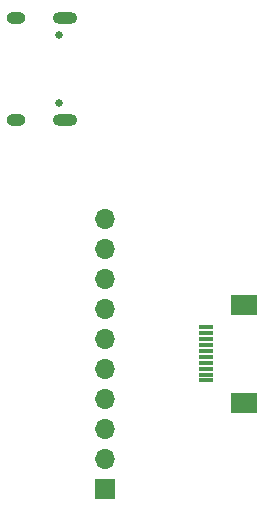
<source format=gbr>
%TF.GenerationSoftware,KiCad,Pcbnew,(6.0.9)*%
%TF.CreationDate,2022-11-14T09:49:53+08:00*%
%TF.ProjectId,YYSJ_2.1''_knob,5959534a-5f32-42e3-9127-275f6b6e6f62,rev?*%
%TF.SameCoordinates,Original*%
%TF.FileFunction,Soldermask,Bot*%
%TF.FilePolarity,Negative*%
%FSLAX46Y46*%
G04 Gerber Fmt 4.6, Leading zero omitted, Abs format (unit mm)*
G04 Created by KiCad (PCBNEW (6.0.9)) date 2022-11-14 09:49:53*
%MOMM*%
%LPD*%
G01*
G04 APERTURE LIST*
%ADD10R,1.700000X1.700000*%
%ADD11O,1.700000X1.700000*%
%ADD12C,0.650000*%
%ADD13O,2.100000X1.000000*%
%ADD14O,1.600000X1.000000*%
%ADD15R,1.300000X0.300000*%
%ADD16R,2.200000X1.800000*%
G04 APERTURE END LIST*
D10*
%TO.C,J3*%
X60629000Y-140960000D03*
D11*
X60629000Y-138420000D03*
X60629000Y-135880000D03*
X60629000Y-133340000D03*
X60629000Y-130800000D03*
X60629000Y-128260000D03*
X60629000Y-125720000D03*
X60629000Y-123180000D03*
X60629000Y-120640000D03*
X60629000Y-118100000D03*
%TD*%
D12*
%TO.C,J1*%
X56713000Y-108300000D03*
X56713000Y-102520000D03*
D13*
X57243000Y-101090000D03*
D14*
X53063000Y-101090000D03*
D13*
X57243000Y-109730000D03*
D14*
X53063000Y-109730000D03*
%TD*%
D15*
%TO.C,J2*%
X69132000Y-127285000D03*
X69132000Y-127785000D03*
X69132000Y-128285000D03*
X69132000Y-128785000D03*
X69132000Y-129285000D03*
X69132000Y-129785000D03*
X69132000Y-130285000D03*
X69132000Y-130785000D03*
X69132000Y-131285000D03*
X69132000Y-131785000D03*
D16*
X72382000Y-133685000D03*
X72382000Y-125385000D03*
%TD*%
M02*

</source>
